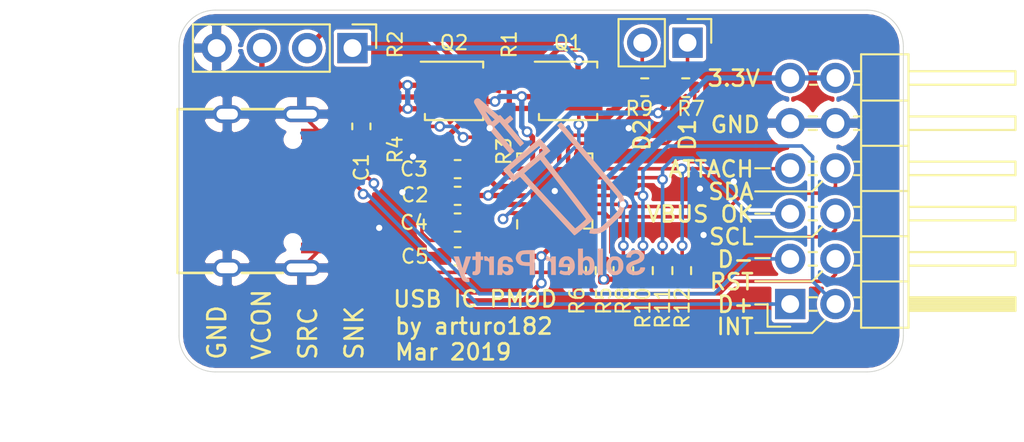
<source format=kicad_pcb>
(kicad_pcb (version 20171130) (host pcbnew "(5.1.2)-1")
  (layers (0 F.Cu signal) (31 B.Cu signal) (34 B.Paste user) (35 F.Paste user) (36 B.SilkS user) (37 F.SilkS user) (38 B.Mask user) (39 F.Mask user) (44 Edge.Cuts user))
  (net 0 "")
  (net 1 VBUS)
  (net 2 GND)
  (net 3 +3V3)
  (net 4 "Net-(C3-Pad1)")
  (net 5 "Net-(C4-Pad1)")
  (net 6 /VCONN)
  (net 7 /D-)
  (net 8 /D+)
  (net 9 "Net-(J1-PadA8)")
  (net 10 "Net-(J1-PadB5)")
  (net 11 "Net-(J1-PadB8)")
  (net 12 "Net-(J1-PadA5)")
  (net 13 /SDA)
  (net 14 /SCL)
  (net 15 /VBUS_VALID)
  (net 16 /~RESET~)
  (net 17 /ATTACH)
  (net 18 /~INT~)
  (net 19 /VSRC)
  (net 20 /VSNK)
  (net 21 /DEBUG2)
  (net 22 /DEBUG1)
  (net 23 "Net-(Q1-Pad2)")
  (net 24 "Net-(Q1-Pad1)")
  (net 25 "Net-(Q2-Pad2)")
  (net 26 "Net-(Q2-Pad1)")
  (net 27 "Net-(R3-Pad1)")
  (net 28 "Net-(R4-Pad1)")
  (net 29 "Net-(U1-Pad17)")
  (module Symbols_Extra:SolderParty-Logo_12.6x11.7mm_SilkScreen (layer B.Cu) (at 98.25 62.15 180)
    (fp_text reference G*** hide)
    (fp_text value LOGO hide)
  )
  (module Capacitor_SMD:C_0603_1608Metric (layer F.Cu) (at 93.1 65.9 180)
    (fp_text reference C5 (at 2.4 0 180) (layer F.SilkS) (effects (font (size 0.8 0.8) (thickness 0.12))))
    (fp_text value 1uF)
    (pad 2 smd roundrect (at 0.7875 0 180) (size 0.875 0.95) (layers F.Cu F.Paste F.Mask) (net 2 GND))
    (pad 1 smd roundrect (at -0.7875 0 180) (size 0.875 0.95) (layers F.Cu F.Paste F.Mask) (net 6 /VCONN))
  )
  (module Capacitor_SMD:C_0603_1608Metric (layer F.Cu) (at 93.1 64 180)
    (fp_text reference C4 (at 2.45 0 180) (layer F.SilkS) (effects (font (size 0.8 0.8) (thickness 0.12))))
    (fp_text value 1uF)
    (pad 2 smd roundrect (at 0.7875 0 180) (size 0.875 0.95) (layers F.Cu F.Paste F.Mask) (net 2 GND))
    (pad 1 smd roundrect (at -0.7875 0 180) (size 0.875 0.95) (layers F.Cu F.Paste F.Mask) (net 5 "Net-(C4-Pad1)"))
  )
  (module Capacitor_SMD:C_0603_1608Metric (layer F.Cu) (at 93.1 61 180)
    (fp_text reference C3 (at 2.45 0 180) (layer F.SilkS) (effects (font (size 0.8 0.8) (thickness 0.12))))
    (fp_text value 1uF)
    (pad 2 smd roundrect (at 0.7875 0 180) (size 0.875 0.95) (layers F.Cu F.Paste F.Mask) (net 2 GND))
    (pad 1 smd roundrect (at -0.7875 0 180) (size 0.875 0.95) (layers F.Cu F.Paste F.Mask) (net 4 "Net-(C3-Pad1)"))
  )
  (module Capacitor_SMD:C_0603_1608Metric (layer F.Cu) (at 93.1 62.5 180)
    (fp_text reference C2 (at 2.4 0.05 180) (layer F.SilkS) (effects (font (size 0.8 0.8) (thickness 0.12))))
    (fp_text value 1uF)
    (pad 2 smd roundrect (at 0.7875 0 180) (size 0.875 0.95) (layers F.Cu F.Paste F.Mask) (net 2 GND))
    (pad 1 smd roundrect (at -0.7875 0 180) (size 0.875 0.95) (layers F.Cu F.Paste F.Mask) (net 3 +3V3))
  )
  (module Capacitor_SMD:C_0603_1608Metric (layer F.Cu) (at 87.7 58.6 270)
    (fp_text reference C1 (at 2.3 0 270) (layer F.SilkS) (effects (font (size 0.8 0.8) (thickness 0.12))))
    (fp_text value 10uF)
    (pad 2 smd roundrect (at 0.7875 0 270) (size 0.875 0.95) (layers F.Cu F.Paste F.Mask) (net 1 VBUS))
    (pad 1 smd roundrect (at -0.7875 0 270) (size 0.875 0.95) (layers F.Cu F.Paste F.Mask) (net 2 GND))
  )
  (module Package_DFN_QFN:QFN-24-1EP_4x4mm_P0.5mm_EP2.7x2.7mm (layer F.Cu) (at 98.552 62.23 90)
    (fp_text reference U1 hide)
    (fp_text value STUSB1600)
    (pad 24 smd roundrect (at -1.25 -1.9625 90) (size 0.25 0.825) (layers F.Cu F.Paste F.Mask) (net 24 "Net-(Q1-Pad1)"))
    (pad 23 smd roundrect (at -0.75 -1.9625 90) (size 0.25 0.825) (layers F.Cu F.Paste F.Mask) (net 5 "Net-(C4-Pad1)"))
    (pad 22 smd roundrect (at -0.25 -1.9625 90) (size 0.25 0.825) (layers F.Cu F.Paste F.Mask) (net 3 +3V3))
    (pad 21 smd roundrect (at 0.25 -1.9625 90) (size 0.25 0.825) (layers F.Cu F.Paste F.Mask) (net 4 "Net-(C3-Pad1)"))
    (pad 20 smd roundrect (at 0.75 -1.9625 90) (size 0.25 0.825) (layers F.Cu F.Paste F.Mask) (net 28 "Net-(R4-Pad1)"))
    (pad 19 smd roundrect (at 1.25 -1.9625 90) (size 0.25 0.825) (layers F.Cu F.Paste F.Mask) (net 27 "Net-(R3-Pad1)"))
    (pad 18 smd roundrect (at 1.9625 -1.25 90) (size 0.825 0.25) (layers F.Cu F.Paste F.Mask) (net 1 VBUS))
    (pad 17 smd roundrect (at 1.9625 -0.75 90) (size 0.825 0.25) (layers F.Cu F.Paste F.Mask) (net 29 "Net-(U1-Pad17)"))
    (pad 16 smd roundrect (at 1.9625 -0.25 90) (size 0.825 0.25) (layers F.Cu F.Paste F.Mask))
    (pad 15 smd roundrect (at 1.9625 0.25 90) (size 0.825 0.25) (layers F.Cu F.Paste F.Mask) (net 21 /DEBUG2))
    (pad 14 smd roundrect (at 1.9625 0.75 90) (size 0.825 0.25) (layers F.Cu F.Paste F.Mask) (net 22 /DEBUG1))
    (pad 13 smd roundrect (at 1.9625 1.25 90) (size 0.825 0.25) (layers F.Cu F.Paste F.Mask) (net 2 GND))
    (pad 12 smd roundrect (at 1.25 1.9625 90) (size 0.25 0.825) (layers F.Cu F.Paste F.Mask) (net 17 /ATTACH))
    (pad 11 smd roundrect (at 0.75 1.9625 90) (size 0.25 0.825) (layers F.Cu F.Paste F.Mask) (net 15 /VBUS_VALID))
    (pad 10 smd roundrect (at 0.25 1.9625 90) (size 0.25 0.825) (layers F.Cu F.Paste F.Mask) (net 2 GND))
    (pad 9 smd roundrect (at -0.25 1.9625 90) (size 0.25 0.825) (layers F.Cu F.Paste F.Mask) (net 18 /~INT~))
    (pad 8 smd roundrect (at -0.75 1.9625 90) (size 0.25 0.825) (layers F.Cu F.Paste F.Mask) (net 13 /SDA))
    (pad 7 smd roundrect (at -1.25 1.9625 90) (size 0.25 0.825) (layers F.Cu F.Paste F.Mask) (net 14 /SCL))
    (pad 6 smd roundrect (at -1.9625 1.25 90) (size 0.825 0.25) (layers F.Cu F.Paste F.Mask) (net 16 /~RESET~))
    (pad 5 smd roundrect (at -1.9625 0.75 90) (size 0.825 0.25) (layers F.Cu F.Paste F.Mask) (net 10 "Net-(J1-PadB5)"))
    (pad 4 smd roundrect (at -1.9625 0.25 90) (size 0.825 0.25) (layers F.Cu F.Paste F.Mask) (net 10 "Net-(J1-PadB5)"))
    (pad 3 smd roundrect (at -1.9625 -0.25 90) (size 0.825 0.25) (layers F.Cu F.Paste F.Mask) (net 6 /VCONN))
    (pad 2 smd roundrect (at -1.9625 -0.75 90) (size 0.825 0.25) (layers F.Cu F.Paste F.Mask) (net 12 "Net-(J1-PadA5)"))
    (pad 1 smd roundrect (at -1.9625 -1.25 90) (size 0.825 0.25) (layers F.Cu F.Paste F.Mask) (net 12 "Net-(J1-PadA5)"))
    (pad 25 smd roundrect (at 0 0 90) (size 2.7 2.7) (layers F.Cu F.Mask) (roundrect_rratio 0.09259299999999999) (net 2 GND))
  )
  (module Resistor_SMD:R_0402_1005Metric (layer F.Cu) (at 105.7 66.7 90)
    (fp_text reference R12 (at -2.1 0 90) (layer F.SilkS) (effects (font (size 0.8 0.8) (thickness 0.12))))
    (fp_text value 10K)
    (pad 2 smd roundrect (at 0.485 0 90) (size 0.59 0.64) (layers F.Cu F.Paste F.Mask) (net 17 /ATTACH))
    (pad 1 smd roundrect (at -0.485 0 90) (size 0.59 0.64) (layers F.Cu F.Paste F.Mask) (net 3 +3V3))
  )
  (module Resistor_SMD:R_0402_1005Metric (layer F.Cu) (at 104.6 66.7 90)
    (fp_text reference R11 (at -2.1 0 90) (layer F.SilkS) (effects (font (size 0.8 0.8) (thickness 0.12))))
    (fp_text value 10K)
    (pad 2 smd roundrect (at 0.485 0 90) (size 0.59 0.64) (layers F.Cu F.Paste F.Mask) (net 15 /VBUS_VALID))
    (pad 1 smd roundrect (at -0.485 0 90) (size 0.59 0.64) (layers F.Cu F.Paste F.Mask) (net 3 +3V3))
  )
  (module Resistor_SMD:R_0402_1005Metric (layer F.Cu) (at 103.5 66.7 90)
    (fp_text reference R10 (at -2.1 0 90) (layer F.SilkS) (effects (font (size 0.8 0.8) (thickness 0.12))))
    (fp_text value 10K)
    (pad 2 smd roundrect (at 0.485 0 90) (size 0.59 0.64) (layers F.Cu F.Paste F.Mask) (net 18 /~INT~))
    (pad 1 smd roundrect (at -0.485 0 90) (size 0.59 0.64) (layers F.Cu F.Paste F.Mask) (net 3 +3V3))
  )
  (module Resistor_SMD:R_0402_1005Metric (layer F.Cu) (at 103.6 56.4 180)
    (fp_text reference R9 (at 0.3 -1.2 180) (layer F.SilkS) (effects (font (size 0.8 0.8) (thickness 0.12))))
    (fp_text value 10K)
    (pad 2 smd roundrect (at 0.485 0 180) (size 0.59 0.64) (layers F.Cu F.Paste F.Mask) (net 21 /DEBUG2))
    (pad 1 smd roundrect (at -0.485 0 180) (size 0.59 0.64) (layers F.Cu F.Paste F.Mask) (net 3 +3V3))
  )
  (module Resistor_SMD:R_0402_1005Metric (layer F.Cu) (at 102.4 66.7 90)
    (fp_text reference R8 (at -1.7 0 90) (layer F.SilkS) (effects (font (size 0.8 0.8) (thickness 0.12))))
    (fp_text value 4.7K)
    (pad 2 smd roundrect (at 0.485 0 90) (size 0.59 0.64) (layers F.Cu F.Paste F.Mask) (net 13 /SDA))
    (pad 1 smd roundrect (at -0.485 0 90) (size 0.59 0.64) (layers F.Cu F.Paste F.Mask) (net 3 +3V3))
  )
  (module Resistor_SMD:R_0402_1005Metric (layer F.Cu) (at 105.9 56.4)
    (fp_text reference R7 (at 0.3 1.2) (layer F.SilkS) (effects (font (size 0.8 0.8) (thickness 0.12))))
    (fp_text value 10K)
    (pad 2 smd roundrect (at 0.485 0) (size 0.59 0.64) (layers F.Cu F.Paste F.Mask) (net 22 /DEBUG1))
    (pad 1 smd roundrect (at -0.485 0) (size 0.59 0.64) (layers F.Cu F.Paste F.Mask) (net 3 +3V3))
  )
  (module Resistor_SMD:R_0402_1005Metric (layer F.Cu) (at 99.8 66.7 270)
    (fp_text reference R6 (at 1.7 0 270) (layer F.SilkS) (effects (font (size 0.8 0.8) (thickness 0.12))))
    (fp_text value 1K)
    (pad 2 smd roundrect (at 0.485 0 270) (size 0.59 0.64) (layers F.Cu F.Paste F.Mask) (net 2 GND))
    (pad 1 smd roundrect (at -0.485 0 270) (size 0.59 0.64) (layers F.Cu F.Paste F.Mask) (net 16 /~RESET~))
  )
  (module Resistor_SMD:R_0402_1005Metric (layer F.Cu) (at 101.3 66.7 90)
    (fp_text reference R5 (at -1.7 0 90) (layer F.SilkS) (effects (font (size 0.8 0.8) (thickness 0.12))))
    (fp_text value 4.7K)
    (pad 2 smd roundrect (at 0.485 0 90) (size 0.59 0.64) (layers F.Cu F.Paste F.Mask) (net 14 /SCL))
    (pad 1 smd roundrect (at -0.485 0 90) (size 0.59 0.64) (layers F.Cu F.Paste F.Mask) (net 3 +3V3))
  )
  (module Resistor_SMD:R_0402_1005Metric (layer F.Cu) (at 89.6 58.1 90)
    (fp_text reference R4 (at -1.8 0 90) (layer F.SilkS) (effects (font (size 0.8 0.8) (thickness 0.12))))
    (fp_text value 1K)
    (pad 1 smd roundrect (at -0.485 0 90) (size 0.59 0.64) (layers F.Cu F.Paste F.Mask) (net 28 "Net-(R4-Pad1)"))
    (pad 2 smd roundrect (at 0.485 0 90) (size 0.59 0.64) (layers F.Cu F.Paste F.Mask) (net 25 "Net-(Q2-Pad2)"))
  )
  (module Resistor_SMD:R_0402_1005Metric (layer F.Cu) (at 96 58.1 90)
    (fp_text reference R3 (at -1.9 -0.3 90) (layer F.SilkS) (effects (font (size 0.8 0.8) (thickness 0.12))))
    (fp_text value 1K)
    (pad 2 smd roundrect (at 0.485 0 90) (size 0.59 0.64) (layers F.Cu F.Paste F.Mask) (net 23 "Net-(Q1-Pad2)"))
    (pad 1 smd roundrect (at -0.485 0 90) (size 0.59 0.64) (layers F.Cu F.Paste F.Mask) (net 27 "Net-(R3-Pad1)"))
  )
  (module Resistor_SMD:R_0402_1005Metric (layer F.Cu) (at 89.6 55.8 90)
    (fp_text reference R2 (at 1.8 0 90) (layer F.SilkS) (effects (font (size 0.8 0.8) (thickness 0.12))))
    (fp_text value 10K)
    (pad 2 smd roundrect (at 0.485 0 90) (size 0.59 0.64) (layers F.Cu F.Paste F.Mask) (net 26 "Net-(Q2-Pad1)"))
    (pad 1 smd roundrect (at -0.485 0 90) (size 0.59 0.64) (layers F.Cu F.Paste F.Mask) (net 25 "Net-(Q2-Pad2)"))
  )
  (module Resistor_SMD:R_0402_1005Metric (layer F.Cu) (at 96 55.8 90)
    (fp_text reference R1 (at 1.8 0 90) (layer F.SilkS) (effects (font (size 0.8 0.8) (thickness 0.12))))
    (fp_text value 10K)
    (pad 2 smd roundrect (at 0.485 0 90) (size 0.59 0.64) (layers F.Cu F.Paste F.Mask) (net 24 "Net-(Q1-Pad1)"))
    (pad 1 smd roundrect (at -0.485 0 90) (size 0.59 0.64) (layers F.Cu F.Paste F.Mask) (net 23 "Net-(Q1-Pad2)"))
  )
  (module Package_SO:Vishay_PowerPAK_1212-8_Dual (layer F.Cu) (at 92.9 56.6)
    (fp_text reference Q2 (at 0 -2.7) (layer F.SilkS) (effects (font (size 0.8 0.8) (thickness 0.12))))
    (fp_text value Si7223DN)
    (pad 6 smd custom (at 0.5575 -0.6075) (size 1.725 0.99) (layers F.Cu F.Paste F.Mask) (net 19 /VSRC) (options (clearance outline) (anchor rect)) (primitives (gr_poly (pts (xy 0.6125 0.495) (xy 1.3725 0.495) (xy 1.3725 0.09) (xy 0.8625 0.09) (xy 0.8625 -0.165) (xy 1.3725 -0.165) (xy 1.3725 -0.5875) (xy 0.6125 -0.5875)) (width 0))))
    (pad 5 smd custom (at 0.5575 0.6075) (size 1.725 0.99) (layers F.Cu F.Paste F.Mask) (net 1 VBUS) (options (clearance outline) (anchor rect)) (primitives (gr_poly (pts (xy 0.6125 -0.495) (xy 1.3725 -0.495) (xy 1.3725 -0.09) (xy 0.8625 -0.09) (xy 0.8625 0.165) (xy 1.3725 0.165) (xy 1.3725 0.5875) (xy 0.6125 0.5875)) (width 0))))
    (pad 4 smd rect (at -1.435 0.99) (size 0.99 0.405) (layers F.Cu F.Paste F.Mask) (net 25 "Net-(Q2-Pad2)"))
    (pad 3 smd rect (at -1.435 0.33) (size 0.99 0.405) (layers F.Cu F.Paste F.Mask) (net 26 "Net-(Q2-Pad1)"))
    (pad 2 smd rect (at -1.435 -0.33) (size 0.99 0.405) (layers F.Cu F.Paste F.Mask) (net 25 "Net-(Q2-Pad2)"))
    (pad 1 smd rect (at -1.435 -0.99) (size 0.99 0.405) (layers F.Cu F.Paste F.Mask) (net 26 "Net-(Q2-Pad1)"))
  )
  (module Package_SO:Vishay_PowerPAK_1212-8_Dual (layer F.Cu) (at 99.3 56.6)
    (fp_text reference Q1 (at 0 -2.7) (layer F.SilkS) (effects (font (size 0.8 0.8) (thickness 0.12))))
    (fp_text value Si7223DN)
    (pad 6 smd custom (at 0.5575 -0.6075) (size 1.725 0.99) (layers F.Cu F.Paste F.Mask) (net 20 /VSNK) (options (clearance outline) (anchor rect)) (primitives (gr_poly (pts (xy 0.6125 0.495) (xy 1.3725 0.495) (xy 1.3725 0.09) (xy 0.8625 0.09) (xy 0.8625 -0.165) (xy 1.3725 -0.165) (xy 1.3725 -0.5875) (xy 0.6125 -0.5875)) (width 0))))
    (pad 5 smd custom (at 0.5575 0.6075) (size 1.725 0.99) (layers F.Cu F.Paste F.Mask) (net 24 "Net-(Q1-Pad1)") (options (clearance outline) (anchor rect)) (primitives (gr_poly (pts (xy 0.6125 -0.495) (xy 1.3725 -0.495) (xy 1.3725 -0.09) (xy 0.8625 -0.09) (xy 0.8625 0.165) (xy 1.3725 0.165) (xy 1.3725 0.5875) (xy 0.6125 0.5875)) (width 0))))
    (pad 4 smd rect (at -1.435 0.99) (size 0.99 0.405) (layers F.Cu F.Paste F.Mask) (net 23 "Net-(Q1-Pad2)"))
    (pad 3 smd rect (at -1.435 0.33) (size 0.99 0.405) (layers F.Cu F.Paste F.Mask) (net 1 VBUS))
    (pad 2 smd rect (at -1.435 -0.33) (size 0.99 0.405) (layers F.Cu F.Paste F.Mask) (net 23 "Net-(Q1-Pad2)"))
    (pad 1 smd rect (at -1.435 -0.99) (size 0.99 0.405) (layers F.Cu F.Paste F.Mask) (net 24 "Net-(Q1-Pad1)"))
  )
  (module Connector_PinHeader_2.54mm:PinHeader_1x02_P2.54mm_Vertical (layer F.Cu) (at 106 53.9 270)
    (fp_text reference J4 hide)
    (fp_text value CONN_DBG)
    (pad 2 thru_hole oval (at 0 2.54 270) (size 1.7 1.7) (drill 1) (layers *.Cu *.Mask) (net 21 /DEBUG2))
    (pad 1 thru_hole rect (at 0 0 270) (size 1.7 1.7) (drill 1) (layers *.Cu *.Mask) (net 22 /DEBUG1))
  )
  (module Connector_PinHeader_2.54mm:PinHeader_1x04_P2.54mm_Vertical (layer F.Cu) (at 87.2 54.2 270)
    (fp_text reference J3 hide)
    (fp_text value CONN_PWR)
    (pad 4 thru_hole oval (at 0 7.62 270) (size 1.7 1.7) (drill 1) (layers *.Cu *.Mask) (net 2 GND))
    (pad 3 thru_hole oval (at 0 5.08 270) (size 1.7 1.7) (drill 1) (layers *.Cu *.Mask) (net 6 /VCONN))
    (pad 2 thru_hole oval (at 0 2.54 270) (size 1.7 1.7) (drill 1) (layers *.Cu *.Mask) (net 19 /VSRC))
    (pad 1 thru_hole rect (at 0 0 270) (size 1.7 1.7) (drill 1) (layers *.Cu *.Mask) (net 20 /VSNK))
  )
  (module Connector_PinHeader_2.54mm_Extra:PMODHeader_2x06_P2.54mm_Horizontal (layer F.Cu) (at 111.76 55.88)
    (fp_text reference J2)
    (fp_text value CONN_PMOD)
    (pad 7 thru_hole circle (at 2.54 12.7) (size 1.7 1.7) (drill 1) (layers *.Cu *.Mask) (net 18 /~INT~))
    (pad 1 thru_hole rect (at 0 12.7) (size 1.7 1.7) (drill 1) (layers *.Cu *.Mask) (net 8 /D+))
    (pad 8 thru_hole oval (at 2.54 10.16) (size 1.7 1.7) (drill 1) (layers *.Cu *.Mask) (net 16 /~RESET~))
    (pad 2 thru_hole oval (at 0 10.16) (size 1.7 1.7) (drill 1) (layers *.Cu *.Mask) (net 7 /D-))
    (pad 9 thru_hole oval (at 2.54 7.62) (size 1.7 1.7) (drill 1) (layers *.Cu *.Mask) (net 14 /SCL))
    (pad 3 thru_hole oval (at 0 7.62) (size 1.7 1.7) (drill 1) (layers *.Cu *.Mask) (net 15 /VBUS_VALID))
    (pad 10 thru_hole oval (at 2.54 5.08) (size 1.7 1.7) (drill 1) (layers *.Cu *.Mask) (net 13 /SDA))
    (pad 4 thru_hole oval (at 0 5.08) (size 1.7 1.7) (drill 1) (layers *.Cu *.Mask) (net 17 /ATTACH))
    (pad 11 thru_hole oval (at 2.54 2.54) (size 1.7 1.7) (drill 1) (layers *.Cu *.Mask) (net 2 GND))
    (pad 5 thru_hole oval (at 0 2.54) (size 1.7 1.7) (drill 1) (layers *.Cu *.Mask) (net 2 GND))
    (pad 12 thru_hole oval (at 2.54 0) (size 1.7 1.7) (drill 1) (layers *.Cu *.Mask) (net 3 +3V3))
    (pad 6 thru_hole circle (at 0 0) (size 1.7 1.7) (drill 1) (layers *.Cu *.Mask) (net 3 +3V3))
  )
  (module Connector_USB_Extra:USB_C_Receptacle_GT-USB-7010 (layer F.Cu) (at 82.042 62.23 270)
    (fp_text reference J1 hide)
    (fp_text value USB_C_Receptacle_USB2.0)
    (pad S1 thru_hole oval (at -4.32 1.87 270) (size 1 1.6) (drill oval 0.6 1.2) (layers *.Cu *.Mask) (net 2 GND))
    (pad S1 thru_hole oval (at 4.32 1.87 270) (size 1 1.6) (drill oval 0.6 1.2) (layers *.Cu *.Mask) (net 2 GND))
    (pad S1 thru_hole oval (at -4.32 -2.31 270) (size 0.9 2.1) (drill oval 0.5 1.7) (layers *.Cu *.Mask) (net 2 GND))
    (pad S1 thru_hole oval (at 4.32 -2.31 270) (size 0.9 2.1) (drill oval 0.5 1.7) (layers *.Cu *.Mask) (net 2 GND))
    (pad "" np_thru_hole circle (at -2.89 -1.81 270) (size 0.65 0.65) (drill 0.65) (layers *.Cu *.Mask))
    (pad "" np_thru_hole circle (at 2.89 -1.81 270) (size 0.65 0.65) (drill 0.65) (layers *.Cu *.Mask))
    (pad A7 smd rect (at 0.25 -3.15 270) (size 0.3 1.75) (layers F.Cu F.Paste F.Mask) (net 7 /D-))
    (pad B6 smd rect (at 0.75 -3.15 270) (size 0.3 1.75) (layers F.Cu F.Paste F.Mask) (net 8 /D+))
    (pad A8 smd rect (at 1.25 -3.15 270) (size 0.3 1.75) (layers F.Cu F.Paste F.Mask) (net 9 "Net-(J1-PadA8)"))
    (pad B5 smd rect (at 1.75 -3.15 270) (size 0.3 1.75) (layers F.Cu F.Paste F.Mask) (net 10 "Net-(J1-PadB5)"))
    (pad B7 smd rect (at -0.75 -3.15 270) (size 0.3 1.75) (layers F.Cu F.Paste F.Mask) (net 7 /D-))
    (pad B8 smd rect (at -1.75 -3.15 270) (size 0.3 1.75) (layers F.Cu F.Paste F.Mask) (net 11 "Net-(J1-PadB8)"))
    (pad A5 smd rect (at -1.25 -3.15 270) (size 0.3 1.75) (layers F.Cu F.Paste F.Mask) (net 12 "Net-(J1-PadA5)"))
    (pad A6 smd rect (at -0.25 -3.15 270) (size 0.3 1.75) (layers F.Cu F.Paste F.Mask) (net 8 /D+))
    (pad A1 smd rect (at -3.35 -3.15 270) (size 0.3 1.75) (layers F.Cu F.Paste F.Mask) (net 2 GND))
    (pad B12 smd rect (at -3.05 -3.15 270) (size 0.3 1.75) (layers F.Cu F.Paste F.Mask) (net 2 GND))
    (pad A4 smd rect (at -2.55 -3.15 270) (size 0.3 1.75) (layers F.Cu F.Paste F.Mask) (net 1 VBUS))
    (pad B9 smd rect (at -2.25 -3.15 270) (size 0.3 1.75) (layers F.Cu F.Paste F.Mask) (net 1 VBUS))
    (pad A9 smd rect (at 2.55 -3.15 270) (size 0.3 1.75) (layers F.Cu F.Paste F.Mask) (net 1 VBUS))
    (pad B4 smd rect (at 2.25 -3.15 270) (size 0.3 1.75) (layers F.Cu F.Paste F.Mask) (net 1 VBUS))
    (pad B1 smd rect (at 3.05 -3.15 270) (size 0.3 1.75) (layers F.Cu F.Paste F.Mask) (net 2 GND))
    (pad A12 smd rect (at 3.35 -3.15 270) (size 0.3 1.75) (layers F.Cu F.Paste F.Mask) (net 2 GND))
  )
  (gr_text D1 (at 106 58.1 90) (layer F.SilkS) (effects (font (size 0.9 0.9)) (justify right)))
  (gr_text D2 (at 103.45 58.1 90) (layer F.SilkS) (effects (font (size 0.9 0.9)) (justify right)))
  (gr_text "USB IC PMOD" (at 89.4 68.3) (layer F.SilkS) (effects (font (size 0.9 0.9)) (justify left)))
  (gr_text "by arturo182\nMar 2019" (at 89.5 70.55) (layer F.SilkS) (effects (font (size 0.9 0.9)) (justify left)))
  (gr_line (start 109.8 68.6) (end 110.5 68.6) (layer F.SilkS) (width 0.12))
  (gr_line (start 113 70.2) (end 113.7 69.5) (layer F.SilkS) (width 0.12))
  (gr_line (start 109.8 70.2) (end 113 70.2) (layer F.SilkS) (width 0.12))
  (gr_line (start 109.8 67.3) (end 113 67.3) (layer F.SilkS) (width 0.12))
  (gr_line (start 109.8 66) (end 110.6 66) (layer F.SilkS) (width 0.12))
  (gr_line (start 113 67.3) (end 113.55 66.75) (layer F.SilkS) (width 0.12))
  (gr_line (start 113 64.8) (end 113.55 64.25) (layer F.SilkS) (width 0.12))
  (gr_line (start 109.8 64.8) (end 113 64.8) (layer F.SilkS) (width 0.12))
  (gr_line (start 109.8 63.5) (end 110.6 63.5) (layer F.SilkS) (width 0.12))
  (gr_line (start 113 62.25) (end 113.55 61.7) (layer F.SilkS) (width 0.12))
  (gr_line (start 109.8 62.25) (end 113 62.25) (layer F.SilkS) (width 0.12))
  (gr_line (start 109.8 60.95) (end 110.6 60.95) (layer F.SilkS) (width 0.12))
  (gr_text INT (at 109.8 69.85) (layer F.SilkS) (effects (font (size 0.9 0.9)) (justify right)))
  (gr_text D+ (at 109.8 68.599996) (layer F.SilkS) (effects (font (size 0.9 0.9)) (justify right)))
  (gr_text RST (at 109.8 67.33333) (layer F.SilkS) (effects (font (size 0.9 0.9)) (justify right)))
  (gr_text D- (at 109.8 66.066664) (layer F.SilkS) (effects (font (size 0.9 0.9)) (justify right)))
  (gr_text SCL (at 109.8 64.799998) (layer F.SilkS) (effects (font (size 0.9 0.9)) (justify right)))
  (gr_text "VBUS OK" (at 109.8 63.533332) (layer F.SilkS) (effects (font (size 0.9 0.9)) (justify right)))
  (gr_text SDA (at 109.8 62.266666) (layer F.SilkS) (effects (font (size 0.9 0.9)) (justify right)))
  (gr_text ATTACH (at 109.8 61) (layer F.SilkS) (effects (font (size 0.9 0.9)) (justify right)))
  (gr_text GND (at 110.15 58.5) (layer F.SilkS) (effects (font (size 0.9 0.9)) (justify right)))
  (gr_text 3.3V (at 110.15 55.9) (layer F.SilkS) (effects (font (size 0.9 0.9)) (justify right)))
  (gr_text SNK (at 87.3 71.8 90) (layer F.SilkS) (effects (font (size 1 1)) (justify left)))
  (gr_text SRC (at 84.7 71.8 90) (layer F.SilkS) (effects (font (size 1 1)) (justify left)))
  (gr_text VCON (at 82.1 71.8 90) (layer F.SilkS) (effects (font (size 1 1)) (justify left)))
  (gr_text GND (at 79.6 71.8 90) (layer F.SilkS) (effects (font (size 1 1)) (justify left)))
  (gr_arc (start 116.078 70.358) (end 116.078 72.39) (angle -90) (layer Edge.Cuts) (width 0.05))
  (gr_arc (start 79.502 70.358) (end 77.47 70.358) (angle -90) (layer Edge.Cuts) (width 0.05))
  (gr_arc (start 79.502 54.102) (end 79.502 52.07) (angle -90) (layer Edge.Cuts) (width 0.05))
  (gr_arc (start 116.078 54.102) (end 118.11 54.102) (angle -90) (layer Edge.Cuts) (width 0.05))
  (gr_line (start 103.4 56.9) (end 103.8 56.9) (layer F.SilkS) (width 0.12))
  (gr_line (start 103.8 55.9) (end 103.4 55.9) (layer F.SilkS) (width 0.12))
  (gr_line (start 105.7 56.95) (end 106.1 56.95) (layer F.SilkS) (width 0.12))
  (gr_line (start 105.7 55.9) (end 106.1 55.9) (layer F.SilkS) (width 0.12))
  (gr_line (start 99.35 66.5) (end 99.35 66.9) (layer F.SilkS) (width 0.12))
  (gr_line (start 100.3 66.5) (end 100.3 66.9) (layer F.SilkS) (width 0.12))
  (gr_line (start 100.85 66.5) (end 100.85 66.9) (layer F.SilkS) (width 0.12))
  (gr_line (start 101.85 66.5) (end 101.85 66.9) (layer F.SilkS) (width 0.12))
  (gr_line (start 102.95 66.5) (end 102.95 66.9) (layer F.SilkS) (width 0.12))
  (gr_line (start 104.05 66.5) (end 104.05 66.9) (layer F.SilkS) (width 0.12))
  (gr_line (start 105.15 66.5) (end 105.15 66.9) (layer F.SilkS) (width 0.12))
  (gr_line (start 106.2 66.5) (end 106.2 66.9) (layer F.SilkS) (width 0.12))
  (gr_line (start 77.47 70.358) (end 77.47 54.102) (layer Edge.Cuts) (width 0.05))
  (gr_line (start 116.078 72.39) (end 79.502 72.39) (layer Edge.Cuts) (width 0.05))
  (gr_line (start 118.11 54.102) (end 118.11 70.358) (layer Edge.Cuts) (width 0.05))
  (gr_line (start 79.502 52.07) (end 116.078 52.07) (layer Edge.Cuts) (width 0.05))
  (segment (start 85.192 64.78) (end 85.192 64.48) (width 0.2) (layer F.Cu) (net 1))
  (segment (start 85.192 59.68) (end 85.192 59.98) (width 0.2) (layer F.Cu) (net 1))
  (segment (start 85.192 59.68) (end 86.42 59.68) (width 0.3) (layer F.Cu) (net 1))
  (segment (start 86.7125 59.3875) (end 87.7 59.3875) (width 0.3) (layer F.Cu) (net 1))
  (segment (start 86.42 59.68) (end 86.7125 59.3875) (width 0.3) (layer F.Cu) (net 1))
  (via (at 96.7 56.92) (size 0.6) (drill 0.35) (layers F.Cu B.Cu) (net 1))
  (segment (start 97.865 56.93) (end 96.71 56.93) (width 0.3) (layer F.Cu) (net 1))
  (segment (start 96.71 56.93) (end 96.7 56.92) (width 0.3) (layer F.Cu) (net 1))
  (via (at 95.2 57.2) (size 0.6) (drill 0.35) (layers F.Cu B.Cu) (net 1))
  (segment (start 96.7 56.92) (end 95.48 56.92) (width 0.3) (layer B.Cu) (net 1))
  (segment (start 95.48 56.92) (end 95.2 57.2) (width 0.3) (layer B.Cu) (net 1))
  (segment (start 93.465 57.2) (end 93.4575 57.2075) (width 0.3) (layer F.Cu) (net 1))
  (segment (start 95.2 57.2) (end 93.465 57.2) (width 0.3) (layer F.Cu) (net 1))
  (segment (start 93.4575 58.2425) (end 93.4575 57.2075) (width 0.3) (layer F.Cu) (net 1))
  (segment (start 87.7 59.3875) (end 92.3125 59.3875) (width 0.3) (layer F.Cu) (net 1))
  (segment (start 92.3125 59.3875) (end 93.4575 58.2425) (width 0.3) (layer F.Cu) (net 1))
  (via (at 97 58.9) (size 0.6) (drill 0.35) (layers F.Cu B.Cu) (net 1))
  (segment (start 97.302 60.2675) (end 97.302 59.202) (width 0.3) (layer F.Cu) (net 1))
  (segment (start 97.302 59.202) (end 97 58.9) (width 0.3) (layer F.Cu) (net 1))
  (segment (start 96.7 58.6) (end 97 58.9) (width 0.3) (layer B.Cu) (net 1))
  (segment (start 96.7 56.92) (end 96.7 58.6) (width 0.3) (layer B.Cu) (net 1))
  (segment (start 84.117 64.48) (end 85.192 64.48) (width 0.2) (layer F.Cu) (net 1))
  (segment (start 83.616989 63.979989) (end 84.117 64.48) (width 0.2) (layer F.Cu) (net 1))
  (segment (start 83.616989 60.480011) (end 83.616989 63.979989) (width 0.2) (layer F.Cu) (net 1))
  (segment (start 84.117 59.98) (end 83.616989 60.480011) (width 0.2) (layer F.Cu) (net 1))
  (segment (start 85.192 59.98) (end 84.117 59.98) (width 0.2) (layer F.Cu) (net 1))
  (segment (start 85.192 65.58) (end 85.192 65.28) (width 0.2) (layer F.Cu) (net 2))
  (segment (start 85.192 65.71) (end 84.352 66.55) (width 0.2) (layer F.Cu) (net 2))
  (segment (start 85.192 65.58) (end 85.192 65.71) (width 0.2) (layer F.Cu) (net 2))
  (segment (start 85.192 58.75) (end 84.352 57.91) (width 0.2) (layer F.Cu) (net 2))
  (segment (start 85.192 59.18) (end 85.192 58.75) (width 0.2) (layer F.Cu) (net 2))
  (via (at 98.552 62.23) (size 0.6) (drill 0.35) (layers F.Cu B.Cu) (net 2))
  (via (at 90.6 60.3) (size 0.6) (drill 0.35) (layers F.Cu B.Cu) (net 2))
  (via (at 90 62.3) (size 0.6) (drill 0.35) (layers F.Cu B.Cu) (net 2))
  (via (at 88.7 64.3) (size 0.6) (drill 0.35) (layers F.Cu B.Cu) (net 2))
  (via (at 106.9 64.7) (size 0.6) (drill 0.35) (layers F.Cu B.Cu) (net 2))
  (via (at 102.7 58.7) (size 0.6) (drill 0.35) (layers F.Cu B.Cu) (net 2))
  (via (at 108.6 61.7) (size 0.6) (drill 0.35) (layers F.Cu B.Cu) (net 2))
  (via (at 106.7 62.1) (size 0.6) (drill 0.35) (layers F.Cu B.Cu) (net 2))
  (via (at 94.9 58.7) (size 0.6) (drill 0.35) (layers F.Cu B.Cu) (net 2))
  (segment (start 101.3 67.185) (end 102.4 67.185) (width 0.3) (layer F.Cu) (net 3))
  (segment (start 102.4 67.185) (end 103.5 67.185) (width 0.3) (layer F.Cu) (net 3))
  (segment (start 104.6 67.185) (end 103.5 67.185) (width 0.3) (layer F.Cu) (net 3))
  (segment (start 104.6 67.185) (end 105.7 67.185) (width 0.3) (layer F.Cu) (net 3))
  (segment (start 111.76 55.88) (end 114.3 55.88) (width 0.3) (layer B.Cu) (net 3))
  (via (at 101.3 67.185) (size 0.6) (drill 0.35) (layers F.Cu B.Cu) (net 3))
  (segment (start 107.12 55.88) (end 110.744 55.88) (width 0.3) (layer B.Cu) (net 3))
  (segment (start 105.049999 57.849999) (end 105.1 57.9) (width 0.3) (layer B.Cu) (net 3))
  (segment (start 105.1 57.9) (end 107.12 55.88) (width 0.3) (layer B.Cu) (net 3))
  (segment (start 104.749999 58.149999) (end 104.8 58.2) (width 0.3) (layer B.Cu) (net 3))
  (segment (start 104.749999 57.849999) (end 104.749999 58.149999) (width 0.3) (layer B.Cu) (net 3))
  (segment (start 104.8 58.2) (end 105.1 57.9) (width 0.3) (layer B.Cu) (net 3))
  (segment (start 104.749999 57.849999) (end 105.049999 57.849999) (width 0.3) (layer B.Cu) (net 3))
  (segment (start 101.3 61.7) (end 101.3 67.185) (width 0.3) (layer B.Cu) (net 3))
  (segment (start 104.8 58.2) (end 101.3 61.7) (width 0.3) (layer B.Cu) (net 3))
  (segment (start 93.9075 62.48) (end 93.8875 62.5) (width 0.3) (layer F.Cu) (net 3))
  (via (at 94.82 62.48) (size 0.6) (drill 0.35) (layers F.Cu B.Cu) (net 3))
  (segment (start 96.5895 62.48) (end 94.82 62.48) (width 0.3) (layer F.Cu) (net 3))
  (segment (start 94.82 62.48) (end 93.9075 62.48) (width 0.3) (layer F.Cu) (net 3))
  (segment (start 99.450001 57.849999) (end 94.82 62.48) (width 0.3) (layer B.Cu) (net 3))
  (segment (start 110.744 55.88) (end 111.76 55.88) (width 0.3) (layer B.Cu) (net 3))
  (via (at 104.350001 57.849999) (size 0.6) (drill 0.35) (layers F.Cu B.Cu) (net 3))
  (segment (start 104.749999 57.849999) (end 104.350001 57.849999) (width 0.3) (layer B.Cu) (net 3))
  (segment (start 104.350001 57.849999) (end 99.450001 57.849999) (width 0.3) (layer B.Cu) (net 3))
  (segment (start 104.7 56.4) (end 104.7 57.5) (width 0.3) (layer F.Cu) (net 3))
  (segment (start 104.7 57.5) (end 104.350001 57.849999) (width 0.3) (layer F.Cu) (net 3))
  (segment (start 104.7 56.4) (end 105.415 56.4) (width 0.3) (layer F.Cu) (net 3))
  (segment (start 104.7 56.4) (end 104.085 56.4) (width 0.3) (layer F.Cu) (net 3))
  (segment (start 94.8 61) (end 93.8875 61) (width 0.3) (layer F.Cu) (net 4))
  (segment (start 95 61.2) (end 94.8 61) (width 0.3) (layer F.Cu) (net 4))
  (segment (start 95 61.7) (end 95 61.2) (width 0.3) (layer F.Cu) (net 4))
  (segment (start 95.28 61.98) (end 95 61.7) (width 0.3) (layer F.Cu) (net 4))
  (segment (start 96.5895 61.98) (end 95.28 61.98) (width 0.3) (layer F.Cu) (net 4))
  (segment (start 94.8 64) (end 93.8875 64) (width 0.3) (layer F.Cu) (net 5))
  (segment (start 95 63.8) (end 94.8 64) (width 0.3) (layer F.Cu) (net 5))
  (segment (start 95 63.3) (end 95 63.8) (width 0.3) (layer F.Cu) (net 5))
  (segment (start 95.32 62.98) (end 95 63.3) (width 0.3) (layer F.Cu) (net 5))
  (segment (start 96.5895 62.98) (end 95.32 62.98) (width 0.3) (layer F.Cu) (net 5))
  (segment (start 98.302 64.1925) (end 98.302 65.398) (width 0.3) (layer F.Cu) (net 6))
  (segment (start 98.302 65.398) (end 98.3 65.4) (width 0.3) (layer F.Cu) (net 6))
  (segment (start 97.8 65.9) (end 93.8875 65.9) (width 0.3) (layer F.Cu) (net 6))
  (segment (start 98.302 65.398) (end 97.8 65.9) (width 0.3) (layer F.Cu) (net 6))
  (via (at 97.8 65.9) (size 0.6) (drill 0.35) (layers F.Cu B.Cu) (net 6))
  (segment (start 97.8 67.4) (end 97.8 65.9) (width 0.3) (layer B.Cu) (net 6))
  (segment (start 82.12 54.2) (end 82.12 67.62) (width 0.3) (layer F.Cu) (net 6))
  (segment (start 82.12 67.62) (end 82.9 68.4) (width 0.3) (layer F.Cu) (net 6))
  (segment (start 82.9 68.4) (end 96.8 68.4) (width 0.3) (layer F.Cu) (net 6))
  (segment (start 96.8 68.4) (end 97.8 67.4) (width 0.3) (layer F.Cu) (net 6))
  (via (at 97.8 67.4) (size 0.6) (drill 0.35) (layers F.Cu B.Cu) (net 6))
  (segment (start 84.117 62.48) (end 85.192 62.48) (width 0.2) (layer F.Cu) (net 7))
  (segment (start 84.016999 62.379999) (end 84.117 62.48) (width 0.2) (layer F.Cu) (net 7))
  (segment (start 84.016999 61.580001) (end 84.016999 62.379999) (width 0.2) (layer F.Cu) (net 7))
  (segment (start 84.117 61.48) (end 84.016999 61.580001) (width 0.2) (layer F.Cu) (net 7))
  (segment (start 85.192 61.48) (end 84.117 61.48) (width 0.2) (layer F.Cu) (net 7))
  (via (at 88.400521 61.799479) (size 0.6) (drill 0.35) (layers F.Cu B.Cu) (net 7))
  (segment (start 86.504501 61.48) (end 85.192 61.48) (width 0.2) (layer F.Cu) (net 7))
  (segment (start 86.529501 61.505) (end 86.504501 61.48) (width 0.2) (layer F.Cu) (net 7))
  (segment (start 88.105 61.505) (end 86.529501 61.505) (width 0.2) (layer F.Cu) (net 7))
  (segment (start 88.400521 61.799479) (end 88.399479 61.799479) (width 0.2) (layer F.Cu) (net 7))
  (segment (start 88.399479 61.799479) (end 88.105 61.505) (width 0.2) (layer F.Cu) (net 7))
  (segment (start 88.449461 62.131262) (end 88.449461 62.088529) (width 0.2) (layer B.Cu) (net 7))
  (segment (start 94.3182 68.000001) (end 88.449461 62.131262) (width 0.2) (layer B.Cu) (net 7))
  (segment (start 107.508998 68.000001) (end 94.3182 68.000001) (width 0.2) (layer B.Cu) (net 7))
  (segment (start 109.468999 66.04) (end 107.508998 68.000001) (width 0.2) (layer B.Cu) (net 7))
  (segment (start 110.744 66.04) (end 111.76 66.04) (width 0.2) (layer B.Cu) (net 7))
  (segment (start 110.744 66.04) (end 109.468999 66.04) (width 0.2) (layer B.Cu) (net 7))
  (segment (start 88.400521 62.039589) (end 88.400521 61.799479) (width 0.2) (layer B.Cu) (net 7))
  (segment (start 88.449461 62.088529) (end 88.400521 62.039589) (width 0.2) (layer B.Cu) (net 7))
  (segment (start 86.267 62.98) (end 85.192 62.98) (width 0.2) (layer F.Cu) (net 8))
  (segment (start 85.192 61.98) (end 86.267 61.98) (width 0.2) (layer F.Cu) (net 8))
  (segment (start 86.267 61.98) (end 86.367001 62.080001) (width 0.2) (layer F.Cu) (net 8))
  (segment (start 86.367001 62.080001) (end 86.367001 62.932999) (width 0.2) (layer F.Cu) (net 8))
  (segment (start 86.367001 62.932999) (end 86.32 62.98) (width 0.2) (layer F.Cu) (net 8))
  (segment (start 86.32 62.98) (end 86.267 62.98) (width 0.2) (layer F.Cu) (net 8))
  (via (at 87.799479 62.400521) (size 0.6) (drill 0.35) (layers F.Cu B.Cu) (net 8))
  (segment (start 87.48 61.98) (end 85.192 61.98) (width 0.2) (layer F.Cu) (net 8))
  (segment (start 87.799479 62.400521) (end 87.799479 62.299479) (width 0.2) (layer F.Cu) (net 8))
  (segment (start 87.799479 62.299479) (end 87.48 61.98) (width 0.2) (layer F.Cu) (net 8))
  (segment (start 88.039589 62.400521) (end 87.799479 62.400521) (width 0.2) (layer B.Cu) (net 8))
  (segment (start 110.744 68.58) (end 111.76 68.58) (width 0.2) (layer B.Cu) (net 8))
  (segment (start 94.219068 68.58) (end 88.039589 62.400521) (width 0.2) (layer B.Cu) (net 8))
  (segment (start 110.744 68.58) (end 94.219068 68.58) (width 0.2) (layer B.Cu) (net 8))
  (segment (start 98.802 64.1925) (end 98.802 64.902) (width 0.2) (layer F.Cu) (net 10))
  (segment (start 98.802 64.902) (end 98.9 65) (width 0.2) (layer F.Cu) (net 10))
  (segment (start 99.302 64.898) (end 99.302 64.1925) (width 0.2) (layer F.Cu) (net 10))
  (segment (start 99.2 65) (end 99.302 64.898) (width 0.2) (layer F.Cu) (net 10))
  (segment (start 99.1 65) (end 99.2 65) (width 0.2) (layer F.Cu) (net 10))
  (segment (start 98.9 65) (end 99.1 65) (width 0.2) (layer F.Cu) (net 10))
  (segment (start 99 65) (end 99.1 65.1) (width 0.2) (layer F.Cu) (net 10))
  (segment (start 98.9 65) (end 99 65) (width 0.2) (layer F.Cu) (net 10))
  (segment (start 99.1 65) (end 99.1 65.1) (width 0.2) (layer F.Cu) (net 10))
  (segment (start 99.2 65) (end 99.1 65.1) (width 0.2) (layer F.Cu) (net 10))
  (segment (start 87.08 63.98) (end 85.192 63.98) (width 0.2) (layer F.Cu) (net 10))
  (segment (start 98.5 66.8) (end 89.9 66.8) (width 0.2) (layer F.Cu) (net 10))
  (segment (start 99.1 65.1) (end 99.1 66.2) (width 0.2) (layer F.Cu) (net 10))
  (segment (start 99.1 66.2) (end 98.5 66.8) (width 0.2) (layer F.Cu) (net 10))
  (segment (start 89.9 66.8) (end 87.08 63.98) (width 0.2) (layer F.Cu) (net 10))
  (segment (start 97.802 64.898) (end 97.802 64.1925) (width 0.2) (layer F.Cu) (net 12))
  (segment (start 97.7 65) (end 97.802 64.898) (width 0.2) (layer F.Cu) (net 12))
  (segment (start 97.302 64.1925) (end 97.302 64.902) (width 0.2) (layer F.Cu) (net 12))
  (segment (start 97.302 64.902) (end 97.4 65) (width 0.2) (layer F.Cu) (net 12))
  (segment (start 97.4 65) (end 97.5 65) (width 0.2) (layer F.Cu) (net 12))
  (segment (start 97.5 65) (end 97.7 65) (width 0.2) (layer F.Cu) (net 12))
  (segment (start 91.5 65) (end 97.5 65) (width 0.2) (layer F.Cu) (net 12))
  (segment (start 91.1 64.6) (end 91.5 65) (width 0.2) (layer F.Cu) (net 12))
  (segment (start 91.1 62.1) (end 91.1 64.6) (width 0.2) (layer F.Cu) (net 12))
  (segment (start 85.192 60.98) (end 89.98 60.98) (width 0.2) (layer F.Cu) (net 12))
  (segment (start 89.98 60.98) (end 91.1 62.1) (width 0.2) (layer F.Cu) (net 12))
  (via (at 102.4 65.3) (size 0.6) (drill 0.35) (layers F.Cu B.Cu) (net 13))
  (segment (start 102.4 66.215) (end 102.4 65.3) (width 0.2) (layer F.Cu) (net 13))
  (via (at 102.38 62.98) (size 0.6) (drill 0.35) (layers F.Cu B.Cu) (net 13))
  (segment (start 102.4 63) (end 102.38 62.98) (width 0.2) (layer B.Cu) (net 13))
  (segment (start 102.4 65.3) (end 102.4 63) (width 0.2) (layer B.Cu) (net 13))
  (segment (start 102.38 62.98) (end 100.5145 62.98) (width 0.2) (layer F.Cu) (net 13))
  (segment (start 114.3 62) (end 114.3 60.96) (width 0.2) (layer F.Cu) (net 13))
  (segment (start 113.950001 62.349999) (end 114.3 62) (width 0.2) (layer F.Cu) (net 13))
  (segment (start 109.150001 62.349999) (end 113.950001 62.349999) (width 0.2) (layer F.Cu) (net 13))
  (segment (start 108.4 63.1) (end 109.150001 62.349999) (width 0.2) (layer F.Cu) (net 13))
  (segment (start 102.38 62.98) (end 102.5 63.1) (width 0.2) (layer F.Cu) (net 13))
  (segment (start 102.5 63.1) (end 108.4 63.1) (width 0.2) (layer F.Cu) (net 13))
  (segment (start 100.5145 63.48) (end 100.5345 63.5) (width 0.2) (layer F.Cu) (net 14))
  (segment (start 101.3 63.5) (end 101.28 63.48) (width 0.2) (layer F.Cu) (net 14))
  (segment (start 100.5145 63.48) (end 101.28 63.48) (width 0.2) (layer F.Cu) (net 14))
  (segment (start 101.28 63.48) (end 101.38 63.48) (width 0.2) (layer F.Cu) (net 14))
  (segment (start 101.38 63.48) (end 101.57571 63.67571) (width 0.2) (layer F.Cu) (net 14))
  (segment (start 101.37571 63.67571) (end 101.3 63.6) (width 0.2) (layer F.Cu) (net 14))
  (segment (start 101.57571 63.67571) (end 101.37571 63.67571) (width 0.2) (layer F.Cu) (net 14))
  (segment (start 101.3 66.215) (end 101.3 63.6) (width 0.2) (layer F.Cu) (net 14))
  (segment (start 101.3 63.6) (end 101.3 63.5) (width 0.2) (layer F.Cu) (net 14))
  (segment (start 114.3 64.416) (end 114.3 63.5) (width 0.2) (layer F.Cu) (net 14))
  (segment (start 113.916 64.8) (end 114.3 64.416) (width 0.2) (layer F.Cu) (net 14))
  (segment (start 109.7 64.8) (end 113.916 64.8) (width 0.2) (layer F.Cu) (net 14))
  (segment (start 101.57571 63.67571) (end 108.57571 63.67571) (width 0.2) (layer F.Cu) (net 14))
  (segment (start 108.57571 63.67571) (end 109.7 64.8) (width 0.2) (layer F.Cu) (net 14))
  (via (at 104.6 65.3) (size 0.6) (drill 0.35) (layers F.Cu B.Cu) (net 15))
  (segment (start 104.6 66.215) (end 104.6 65.3) (width 0.2) (layer F.Cu) (net 15))
  (via (at 104.6 61.58) (size 0.6) (drill 0.35) (layers F.Cu B.Cu) (net 15))
  (segment (start 104.6 61.58) (end 104.6 65.3) (width 0.2) (layer B.Cu) (net 15))
  (segment (start 100.5145 61.48) (end 104.5 61.48) (width 0.2) (layer F.Cu) (net 15))
  (segment (start 104.5 61.48) (end 104.6 61.58) (width 0.2) (layer F.Cu) (net 15))
  (segment (start 104.6 61) (end 104.6 61.58) (width 0.2) (layer B.Cu) (net 15))
  (segment (start 105.220001 60.379999) (end 104.6 61) (width 0.2) (layer B.Cu) (net 15))
  (segment (start 106.279999 60.379999) (end 105.220001 60.379999) (width 0.2) (layer B.Cu) (net 15))
  (segment (start 111.76 63.5) (end 109.4 63.5) (width 0.2) (layer B.Cu) (net 15))
  (segment (start 109.4 63.5) (end 106.279999 60.379999) (width 0.2) (layer B.Cu) (net 15))
  (segment (start 99.8 64.1945) (end 99.802 64.1925) (width 0.2) (layer F.Cu) (net 16))
  (segment (start 99.8 66.215) (end 99.8 64.1945) (width 0.2) (layer F.Cu) (net 16))
  (segment (start 114.3 66.916) (end 114.3 66.04) (width 0.2) (layer F.Cu) (net 16))
  (segment (start 113.916 67.3) (end 114.3 66.916) (width 0.2) (layer F.Cu) (net 16))
  (segment (start 108.5 67.3) (end 113.916 67.3) (width 0.2) (layer F.Cu) (net 16))
  (segment (start 99.8 66.215) (end 100.22 66.215) (width 0.2) (layer F.Cu) (net 16))
  (segment (start 100.604793 66.599793) (end 100.604793 67.804793) (width 0.2) (layer F.Cu) (net 16))
  (segment (start 100.604793 67.804793) (end 100.8 68) (width 0.2) (layer F.Cu) (net 16))
  (segment (start 100.8 68) (end 107.8 68) (width 0.2) (layer F.Cu) (net 16))
  (segment (start 100.22 66.215) (end 100.604793 66.599793) (width 0.2) (layer F.Cu) (net 16))
  (segment (start 107.8 68) (end 108.5 67.3) (width 0.2) (layer F.Cu) (net 16))
  (via (at 105.7 65.3) (size 0.6) (drill 0.35) (layers F.Cu B.Cu) (net 17))
  (segment (start 105.7 66.215) (end 105.7 65.3) (width 0.2) (layer F.Cu) (net 17))
  (via (at 105.68 60.98) (size 0.6) (drill 0.35) (layers F.Cu B.Cu) (net 17))
  (segment (start 105.7 65.3) (end 105.7 61) (width 0.2) (layer B.Cu) (net 17))
  (segment (start 105.7 61) (end 105.68 60.98) (width 0.2) (layer B.Cu) (net 17))
  (segment (start 100.5145 60.98) (end 105.68 60.98) (width 0.2) (layer F.Cu) (net 17))
  (segment (start 109.224 60.98) (end 105.68 60.98) (width 0.2) (layer F.Cu) (net 17))
  (segment (start 111.76 60.96) (end 111.74 60.98) (width 0.2) (layer F.Cu) (net 17))
  (segment (start 111.74 60.98) (end 109.224 60.98) (width 0.2) (layer F.Cu) (net 17))
  (via (at 103.5 65.3) (size 0.6) (drill 0.35) (layers F.Cu B.Cu) (net 18))
  (segment (start 103.5 66.215) (end 103.5 65.3) (width 0.2) (layer F.Cu) (net 18))
  (segment (start 101.991998 62.48) (end 102.091998 62.38) (width 0.2) (layer F.Cu) (net 18))
  (segment (start 103.5 62.38) (end 103.5 65.3) (width 0.2) (layer B.Cu) (net 18))
  (segment (start 103.5 61.1) (end 104.9 59.7) (width 0.2) (layer B.Cu) (net 18))
  (segment (start 103.5 62.38) (end 103.5 61.1) (width 0.2) (layer B.Cu) (net 18))
  (segment (start 101.991998 62.48) (end 100.5145 62.48) (width 0.2) (layer F.Cu) (net 18))
  (segment (start 109.8 59.7) (end 109.9 59.7) (width 0.2) (layer B.Cu) (net 18))
  (segment (start 104.9 59.7) (end 109.8 59.7) (width 0.2) (layer B.Cu) (net 18))
  (via (at 103.5 62.5) (size 0.6) (drill 0.35) (layers F.Cu B.Cu) (net 18))
  (segment (start 102.091998 62.38) (end 103.38 62.38) (width 0.2) (layer F.Cu) (net 18))
  (segment (start 103.38 62.38) (end 103.5 62.5) (width 0.2) (layer F.Cu) (net 18))
  (segment (start 113.450001 67.730001) (end 114.3 68.58) (width 0.2) (layer B.Cu) (net 18))
  (segment (start 113.016 67.296) (end 113.450001 67.730001) (width 0.2) (layer B.Cu) (net 18))
  (segment (start 113.016 60.3) (end 113.016 67.296) (width 0.2) (layer B.Cu) (net 18))
  (segment (start 109.8 59.7) (end 112.416 59.7) (width 0.2) (layer B.Cu) (net 18))
  (segment (start 112.416 59.7) (end 113.016 60.3) (width 0.2) (layer B.Cu) (net 18))
  (segment (start 85.509999 53.350001) (end 84.66 54.2) (width 0.3) (layer F.Cu) (net 19))
  (segment (start 85.860001 52.999999) (end 85.509999 53.350001) (width 0.3) (layer F.Cu) (net 19))
  (segment (start 91.059999 52.999999) (end 85.860001 52.999999) (width 0.3) (layer F.Cu) (net 19))
  (segment (start 93.4575 55.3975) (end 91.059999 52.999999) (width 0.3) (layer F.Cu) (net 19))
  (segment (start 93.4575 55.9925) (end 93.4575 55.3975) (width 0.3) (layer F.Cu) (net 19))
  (via (at 99.9 54.9) (size 0.6) (drill 0.35) (layers F.Cu B.Cu) (net 20))
  (segment (start 99.8575 55.9925) (end 99.8575 54.9425) (width 0.3) (layer F.Cu) (net 20))
  (segment (start 99.8575 54.9425) (end 99.9 54.9) (width 0.3) (layer F.Cu) (net 20))
  (segment (start 99.2 54.2) (end 99.9 54.9) (width 0.3) (layer B.Cu) (net 20))
  (segment (start 87.2 54.2) (end 99.2 54.2) (width 0.3) (layer B.Cu) (net 20))
  (segment (start 103.46 56.055) (end 103.115 56.4) (width 0.2) (layer F.Cu) (net 21))
  (segment (start 103.46 53.9) (end 103.46 56.055) (width 0.2) (layer F.Cu) (net 21))
  (segment (start 103.1 56.415) (end 103.115 56.4) (width 0.2) (layer F.Cu) (net 21))
  (segment (start 103.1 57.2) (end 103.1 56.415) (width 0.2) (layer F.Cu) (net 21))
  (segment (start 101.199999 59.100001) (end 103.1 57.2) (width 0.2) (layer F.Cu) (net 21))
  (segment (start 99.199999 59.100001) (end 101.199999 59.100001) (width 0.2) (layer F.Cu) (net 21))
  (segment (start 98.802 60.2675) (end 98.802 59.498) (width 0.2) (layer F.Cu) (net 21))
  (segment (start 98.802 59.498) (end 99.199999 59.100001) (width 0.2) (layer F.Cu) (net 21))
  (segment (start 106 56.015) (end 106.385 56.4) (width 0.2) (layer F.Cu) (net 22))
  (segment (start 106 53.9) (end 106 56.015) (width 0.2) (layer F.Cu) (net 22))
  (segment (start 106.4 56.415) (end 106.385 56.4) (width 0.2) (layer F.Cu) (net 22))
  (segment (start 106.4 58) (end 106.4 56.415) (width 0.2) (layer F.Cu) (net 22))
  (segment (start 104.84501 59.55499) (end 106.4 58) (width 0.2) (layer F.Cu) (net 22))
  (segment (start 99.50201 59.55499) (end 104.84501 59.55499) (width 0.2) (layer F.Cu) (net 22))
  (segment (start 99.302 60.2675) (end 99.302 59.755) (width 0.2) (layer F.Cu) (net 22))
  (segment (start 99.302 59.755) (end 99.50201 59.55499) (width 0.2) (layer F.Cu) (net 22))
  (segment (start 96.015 56.27) (end 96 56.285) (width 0.3) (layer F.Cu) (net 23))
  (segment (start 97.865 56.27) (end 96.015 56.27) (width 0.3) (layer F.Cu) (net 23))
  (segment (start 96.025 57.59) (end 96 57.615) (width 0.3) (layer F.Cu) (net 23))
  (segment (start 97.865 57.59) (end 96.025 57.59) (width 0.3) (layer F.Cu) (net 23))
  (segment (start 96 57.615) (end 96 56.285) (width 0.3) (layer F.Cu) (net 23))
  (segment (start 96.775 55.315) (end 96 55.315) (width 0.3) (layer F.Cu) (net 24))
  (segment (start 97.865 55.61) (end 97.07 55.61) (width 0.3) (layer F.Cu) (net 24))
  (segment (start 97.07 55.61) (end 96.775 55.315) (width 0.3) (layer F.Cu) (net 24))
  (segment (start 101.5925 57.2075) (end 101.8 57) (width 0.3) (layer F.Cu) (net 24))
  (segment (start 97.865 55.135) (end 97.865 55.61) (width 0.3) (layer F.Cu) (net 24))
  (segment (start 99.8575 57.2075) (end 101.5925 57.2075) (width 0.3) (layer F.Cu) (net 24))
  (segment (start 101.8 57) (end 101.8 55) (width 0.3) (layer F.Cu) (net 24))
  (segment (start 101.8 55) (end 101.049999 54.249999) (width 0.3) (layer F.Cu) (net 24))
  (segment (start 101.049999 54.249999) (end 98.750001 54.249999) (width 0.3) (layer F.Cu) (net 24))
  (segment (start 98.750001 54.249999) (end 97.865 55.135) (width 0.3) (layer F.Cu) (net 24))
  (via (at 95.65 63.8) (size 0.6) (drill 0.35) (layers F.Cu B.Cu) (net 24))
  (segment (start 96.5895 63.48) (end 95.97 63.48) (width 0.2) (layer F.Cu) (net 24))
  (segment (start 95.97 63.48) (end 95.65 63.8) (width 0.2) (layer F.Cu) (net 24))
  (via (at 99.9 58.5) (size 0.6) (drill 0.35) (layers F.Cu B.Cu) (net 24))
  (segment (start 95.65 63.8) (end 99.9 59.55) (width 0.2) (layer B.Cu) (net 24))
  (segment (start 99.9 59.55) (end 99.9 58.5) (width 0.2) (layer B.Cu) (net 24))
  (segment (start 99.9 57.25) (end 99.8575 57.2075) (width 0.2) (layer F.Cu) (net 24))
  (segment (start 99.9 58.5) (end 99.9 57.25) (width 0.2) (layer F.Cu) (net 24))
  (segment (start 89.605 56.29) (end 89.6 56.285) (width 0.3) (layer F.Cu) (net 25))
  (via (at 90.3 57.6) (size 0.6) (drill 0.35) (layers F.Cu B.Cu) (net 25))
  (segment (start 91.385 57.61) (end 90.31 57.61) (width 0.3) (layer F.Cu) (net 25))
  (segment (start 90.31 57.61) (end 90.3 57.6) (width 0.3) (layer F.Cu) (net 25))
  (via (at 90.29 56.29) (size 0.6) (drill 0.35) (layers F.Cu B.Cu) (net 25))
  (segment (start 90.3 56.3) (end 90.29 56.29) (width 0.3) (layer B.Cu) (net 25))
  (segment (start 90.3 57.6) (end 90.3 56.3) (width 0.3) (layer B.Cu) (net 25))
  (segment (start 91.385 56.29) (end 90.29 56.29) (width 0.3) (layer F.Cu) (net 25))
  (segment (start 90.29 56.29) (end 89.605 56.29) (width 0.3) (layer F.Cu) (net 25))
  (segment (start 90.285 57.615) (end 90.3 57.6) (width 0.3) (layer F.Cu) (net 25))
  (segment (start 89.6 57.615) (end 90.285 57.615) (width 0.3) (layer F.Cu) (net 25))
  (segment (start 89.18 55.315) (end 89.6 55.315) (width 0.3) (layer F.Cu) (net 26))
  (segment (start 88.92999 55.56501) (end 89.18 55.315) (width 0.3) (layer F.Cu) (net 26))
  (segment (start 88.92999 56.638576) (end 88.92999 55.56501) (width 0.3) (layer F.Cu) (net 26))
  (segment (start 89.241414 56.95) (end 88.92999 56.638576) (width 0.3) (layer F.Cu) (net 26))
  (segment (start 91.385 56.95) (end 89.241414 56.95) (width 0.3) (layer F.Cu) (net 26))
  (segment (start 90.275 55.315) (end 89.6 55.315) (width 0.3) (layer F.Cu) (net 26))
  (segment (start 91.385 55.63) (end 90.59 55.63) (width 0.3) (layer F.Cu) (net 26))
  (segment (start 90.59 55.63) (end 90.275 55.315) (width 0.3) (layer F.Cu) (net 26))
  (segment (start 95.8 58.785) (end 96 58.585) (width 0.2) (layer F.Cu) (net 27))
  (segment (start 95.8 60.8) (end 95.8 58.785) (width 0.2) (layer F.Cu) (net 27))
  (segment (start 96.5895 60.98) (end 95.98 60.98) (width 0.2) (layer F.Cu) (net 27))
  (segment (start 95.98 60.98) (end 95.8 60.8) (width 0.2) (layer F.Cu) (net 27))
  (via (at 93.40962 59.20962) (size 0.6) (drill 0.35) (layers F.Cu B.Cu) (net 28))
  (via (at 92.1 58.6) (size 0.6) (drill 0.35) (layers F.Cu B.Cu) (net 28))
  (segment (start 89.615 58.6) (end 89.6 58.585) (width 0.2) (layer F.Cu) (net 28))
  (segment (start 92.1 58.6) (end 89.615 58.6) (width 0.2) (layer F.Cu) (net 28))
  (segment (start 92.8 58.6) (end 92.1 58.6) (width 0.2) (layer B.Cu) (net 28))
  (segment (start 93.40962 59.20962) (end 92.8 58.6) (width 0.2) (layer B.Cu) (net 28))
  (segment (start 94.40962 59.20962) (end 93.40962 59.20962) (width 0.2) (layer F.Cu) (net 28))
  (segment (start 95.4 60.2) (end 94.40962 59.20962) (width 0.2) (layer F.Cu) (net 28))
  (segment (start 95.4 60.965699) (end 95.4 60.2) (width 0.2) (layer F.Cu) (net 28))
  (segment (start 96.5895 61.48) (end 95.914301 61.48) (width 0.2) (layer F.Cu) (net 28))
  (segment (start 95.914301 61.48) (end 95.4 60.965699) (width 0.2) (layer F.Cu) (net 28))
  (zone (net 2) (net_name GND) (layer F.Cu) (connect_pads (clearance 0.2)) (min_thickness 0.2) (fill yes (arc_segments 32) (thermal_gap 0.508) (thermal_bridge_width 0.508))
    (polygon (pts (xy 77 51.5) (xy 123.5 51.5) (xy 123.5 73) (xy 77 73)))
  )
  (zone (net 2) (net_name GND) (layer B.Cu) (connect_pads (clearance 0.2)) (min_thickness 0.2) (fill yes (arc_segments 32) (thermal_gap 0.508) (thermal_bridge_width 0.508))
    (polygon (pts (xy 77 51.5) (xy 123.5 51.5) (xy 123.5 73) (xy 77 73)))
  )
)
</source>
